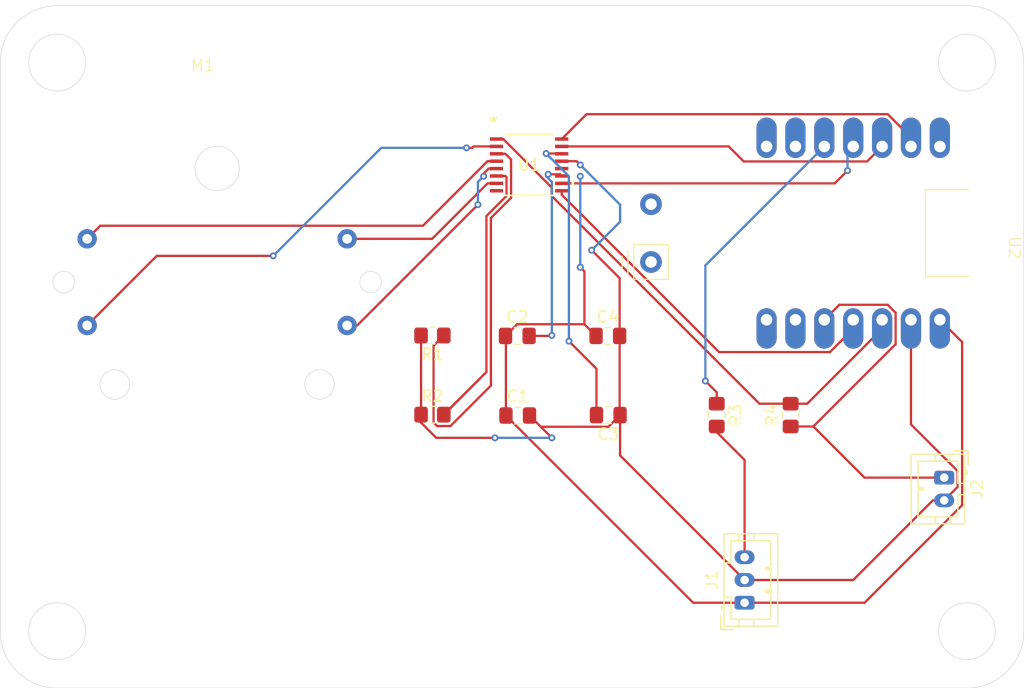
<source format=kicad_pcb>
(kicad_pcb (version 20241229) (generator "pcbnew") (generator_version "9.0")
  (layers (0 "F.Cu" signal) (2 "B.Cu" signal) (13 "F.Paste" user) (15 "B.Paste" user) (5 "F.SilkS" user "F.Silkscreen") (7 "B.SilkS" user "B.Silkscreen") (1 "F.Mask" user) (3 "B.Mask" user) (25 "Edge.Cuts" user))
  (net 0 "")
  (net 1 "+5V")
  (net 2 "GND")
  (net 3 "Net-(U1-VCP)")
  (net 4 "Net-(U1-VINT)")
  (net 5 "/NEO_DATA")
  (net 6 "/RESET_BTN")
  (net 7 "Net-(M1--)")
  (net 8 "Net-(U1-AOUT2)")
  (net 9 "Net-(U1-AOUT1)")
  (net 10 "Net-(U1-BOUT1)")
  (net 11 "Net-(U1-AISEN)")
  (net 12 "Net-(U1-BISEN)")
  (net 13 "Net-(U2-GPIO5_A4_D4_SDA)")
  (net 14 "+3.3V")
  (net 15 "/MOTOR_B1")
  (net 16 "/MOTOR_B2")
  (net 17 "/MOTOR_A2")
  (net 18 "/MOTOR_A1")
  (footprint "Capacitor_SMD:C_0805_2012Metric_Pad1.18x1.45mm_HandSolder" (layer "F.Cu") (at 140.4625 104.0375)
    (property "Reference" "C2" (at 0 -1.68 0) (layer "F.SilkS"))
    (property "Value" "0.01uF")
    (fp_line (start -0.261252 -0.735) (end 0.261252 -0.735) (stroke (width 0.12)) (layer "F.SilkS"))
    (fp_line (start -0.261252 0.735) (end 0.261252 0.735) (stroke (width 0.12)) (layer "F.SilkS"))
    (pad "1" smd roundrect (at -1.0375 0) (size 1.175 1.45) (layers "F.Cu" "F.Mask" "F.Paste") (roundrect_rratio 0.212766) (net 1 "+5V"))
    (pad "2" smd roundrect (at 1.0375 0) (size 1.175 1.45) (layers "F.Cu" "F.Mask" "F.Paste") (roundrect_rratio 0.212766) (net 3 "Net-(U1-VCP)"))
  )
  (footprint "Resistor_SMD:R_0805_2012Metric_Pad1.20x1.40mm_HandSolder" (layer "F.Cu") (at 158 111 -90)
    (property "Reference" "R3" (at 0 -1.65 90) (layer "F.SilkS"))
    (property "Value" "330Ω")
    (fp_line (start -0.227064 0.735) (end 0.227064 0.735) (stroke (width 0.12)) (layer "F.SilkS"))
    (fp_line (start -0.227064 -0.735) (end 0.227064 -0.735) (stroke (width 0.12)) (layer "F.SilkS"))
    (pad "1" smd roundrect (at -1 0 270) (size 1.2 1.4) (layers "F.Cu" "F.Mask" "F.Paste") (roundrect_rratio 0.208333) (net 13 "Net-(U2-GPIO5_A4_D4_SDA)"))
    (pad "2" smd roundrect (at 1 0 270) (size 1.2 1.4) (layers "F.Cu" "F.Mask" "F.Paste") (roundrect_rratio 0.208333) (net 5 "/NEO_DATA"))
  )
  (footprint "Connector_JST:JST_PH_B2B-PH-K_1x02_P2.00mm_Vertical" (layer "F.Cu") (at 178 116.5 -90)
    (property "Reference" "J2" (at 1 -2.9 90) (layer "F.SilkS"))
    (property "Value" "Conn_01x02")
    (fp_line (start -2.06 2.91) (end 4.06 2.91) (stroke (width 0.12)) (layer "F.SilkS"))
    (fp_line (start 4.06 2.91) (end 4.06 -1.81) (stroke (width 0.12)) (layer "F.SilkS"))
    (fp_line (start -1.45 2.3) (end 3.45 2.3) (stroke (width 0.12)) (layer "F.SilkS"))
    (fp_line (start 0.9 2.3) (end 0.9 1.8) (stroke (width 0.12)) (layer "F.SilkS"))
    (fp_line (start 1 2.3) (end 1 1.8) (stroke (width 0.12)) (layer "F.SilkS"))
    (fp_line (start 3.45 2.3) (end 3.45 -1.2) (stroke (width 0.12)) (layer "F.SilkS"))
    (fp_line (start 0.9 1.8) (end 1.1 1.8) (stroke (width 0.12)) (layer "F.SilkS"))
    (fp_line (start 1.1 1.8) (end 1.1 2.3) (stroke (width 0.12)) (layer "F.SilkS"))
    (fp_line (start -2.06 0.8) (end -1.45 0.8) (stroke (width 0.12)) (layer "F.SilkS"))
    (fp_line (start 4.06 0.8) (end 3.45 0.8) (stroke (width 0.12)) (layer "F.SilkS"))
    (fp_line (start -2.06 -0.5) (end -1.45 -0.5) (stroke (width 0.12)) (layer "F.SilkS"))
    (fp_line (start 4.06 -0.5) (end 3.45 -0.5) (stroke (width 0.12)) (layer "F.SilkS"))
    (fp_line (start -1.45 -1.2) (end -1.45 2.3) (stroke (width 0.12)) (layer "F.SilkS"))
    (fp_line (start 0.5 -1.2) (end -1.45 -1.2) (stroke (width 0.12)) (layer "F.SilkS"))
    (fp_line (start 1.5 -1.2) (end 1.5 -1.81) (stroke (width 0.12)) (layer "F.SilkS"))
    (fp_line (start 3.45 -1.2) (end 1.5 -1.2) (stroke (width 0.12)) (layer "F.SilkS"))
    (fp_line (start -2.06 -1.81) (end -2.06 2.91) (stroke (width 0.12)) (layer "F.SilkS"))
    (fp_line (start -0.3 -1.81) (end -0.3 -2.01) (stroke (width 0.12)) (layer "F.SilkS"))
    (fp_line (start 0.5 -1.81) (end 0.5 -1.2) (stroke (width 0.12)) (layer "F.SilkS"))
    (fp_line (start 4.06 -1.81) (end -2.06 -1.81) (stroke (width 0.12)) (layer "F.SilkS"))
    (fp_line (start -0.3 -1.91) (end -0.6 -1.91) (stroke (width 0.12)) (layer "F.SilkS"))
    (fp_line (start -0.6 -2.01) (end -0.6 -1.81) (stroke (width 0.12)) (layer "F.SilkS"))
    (fp_line (start -0.3 -2.01) (end -0.6 -2.01) (stroke (width 0.12)) (layer "F.SilkS"))
    (fp_line (start -2.36 -2.11) (end -2.36 -0.86) (stroke (width 0.12)) (layer "F.SilkS"))
    (fp_line (start -1.11 -2.11) (end -2.36 -2.11) (stroke (width 0.12)) (layer "F.SilkS"))
    (pad "1" thru_hole roundrect (at 0 0 270) (size 1.2 1.75) (drill 0.75) (layers "*.Cu" "*.Mask") (roundrect_rratio 0.208333) (net 6 "/RESET_BTN"))
    (pad "2" thru_hole oval (at 2 0 270) (size 1.2 1.75) (drill 0.75) (layers "*.Cu" "*.Mask") (net 2 "GND"))
  )
  (footprint "Capacitor_SMD:C_0805_2012Metric_Pad1.18x1.45mm_HandSolder" (layer "F.Cu") (at 148.425 104.0375)
    (property "Reference" "C4" (at 0 -1.68 0) (layer "F.SilkS"))
    (property "Value" "100uF")
    (fp_line (start -0.261252 -0.735) (end 0.261252 -0.735) (stroke (width 0.12)) (layer "F.SilkS"))
    (fp_line (start -0.261252 0.735) (end 0.261252 0.735) (stroke (width 0.12)) (layer "F.SilkS"))
    (pad "1" smd roundrect (at -1.0375 0) (size 1.175 1.45) (layers "F.Cu" "F.Mask" "F.Paste") (roundrect_rratio 0.212766) (net 1 "+5V"))
    (pad "2" smd roundrect (at 1.0375 0) (size 1.175 1.45) (layers "F.Cu" "F.Mask" "F.Paste") (roundrect_rratio 0.212766) (net 2 "GND"))
  )
  (footprint "Resistor_SMD:R_0805_2012Metric_Pad1.20x1.40mm_HandSolder" (layer "F.Cu") (at 133 110.9625)
    (property "Reference" "R2" (at 0 -1.65 0) (layer "F.SilkS"))
    (property "Value" "0.2Ω")
    (fp_line (start -0.227064 -0.735) (end 0.227064 -0.735) (stroke (width 0.12)) (layer "F.SilkS"))
    (fp_line (start -0.227064 0.735) (end 0.227064 0.735) (stroke (width 0.12)) (layer "F.SilkS"))
    (pad "1" smd roundrect (at -1 0) (size 1.2 1.4) (layers "F.Cu" "F.Mask" "F.Paste") (roundrect_rratio 0.208333) (net 2 "GND"))
    (pad "2" smd roundrect (at 1 0) (size 1.2 1.4) (layers "F.Cu" "F.Mask" "F.Paste") (roundrect_rratio 0.208333) (net 12 "Net-(U1-BISEN)"))
  )
  (footprint "Resistor_SMD:R_0805_2012Metric_Pad1.20x1.40mm_HandSolder" (layer "F.Cu") (at 133 104 180)
    (property "Reference" "R1" (at 0 -1.65 0) (layer "F.SilkS"))
    (property "Value" "0.2Ω")
    (fp_line (start -0.227064 0.735) (end 0.227064 0.735) (stroke (width 0.12)) (layer "F.SilkS"))
    (fp_line (start -0.227064 -0.735) (end 0.227064 -0.735) (stroke (width 0.12)) (layer "F.SilkS"))
    (pad "1" smd roundrect (at -1 0 180) (size 1.2 1.4) (layers "F.Cu" "F.Mask" "F.Paste") (roundrect_rratio 0.208333) (net 11 "Net-(U1-AISEN)"))
    (pad "2" smd roundrect (at 1 0 180) (size 1.2 1.4) (layers "F.Cu" "F.Mask" "F.Paste") (roundrect_rratio 0.208333) (net 2 "GND"))
  )
  (footprint "Capacitor_SMD:C_0805_2012Metric_Pad1.18x1.45mm_HandSolder" (layer "F.Cu") (at 140.5 111.0375)
    (property "Reference" "C1" (at 0 -1.68 0) (layer "F.SilkS"))
    (property "Value" "10uF")
    (fp_line (start -0.261252 -0.735) (end 0.261252 -0.735) (stroke (width 0.12)) (layer "F.SilkS"))
    (fp_line (start -0.261252 0.735) (end 0.261252 0.735) (stroke (width 0.12)) (layer "F.SilkS"))
    (pad "1" smd roundrect (at -1.0375 0) (size 1.175 1.45) (layers "F.Cu" "F.Mask" "F.Paste") (roundrect_rratio 0.212766) (net 1 "+5V"))
    (pad "2" smd roundrect (at 1.0375 0) (size 1.175 1.45) (layers "F.Cu" "F.Mask" "F.Paste") (roundrect_rratio 0.212766) (net 2 "GND"))
  )
  (footprint "Capacitor_SMD:C_0805_2012Metric_Pad1.18x1.45mm_HandSolder" (layer "F.Cu") (at 148.4625 111 180)
    (property "Reference" "C3" (at 0 -1.68 0) (layer "F.SilkS"))
    (property "Value" "2.2uF")
    (fp_line (start -0.261252 0.735) (end 0.261252 0.735) (stroke (width 0.12)) (layer "F.SilkS"))
    (fp_line (start -0.261252 -0.735) (end 0.261252 -0.735) (stroke (width 0.12)) (layer "F.SilkS"))
    (pad "1" smd roundrect (at -1.0375 0 180) (size 1.175 1.45) (layers "F.Cu" "F.Mask" "F.Paste") (roundrect_rratio 0.212766) (net 2 "GND"))
    (pad "2" smd roundrect (at 1.0375 0 180) (size 1.175 1.45) (layers "F.Cu" "F.Mask" "F.Paste") (roundrect_rratio 0.212766) (net 4 "Net-(U1-VINT)"))
  )
  (footprint "Resistor_SMD:R_0805_2012Metric_Pad1.20x1.40mm_HandSolder" (layer "F.Cu") (at 164.5 111 90)
    (property "Reference" "R4" (at 0 -1.65 90) (layer "F.SilkS"))
    (property "Value" "10 kΩ")
    (fp_line (start -0.227064 -0.735) (end 0.227064 -0.735) (stroke (width 0.12)) (layer "F.SilkS"))
    (fp_line (start -0.227064 0.735) (end 0.227064 0.735) (stroke (width 0.12)) (layer "F.SilkS"))
    (pad "1" smd roundrect (at -1 0 90) (size 1.2 1.4) (layers "F.Cu" "F.Mask" "F.Paste") (roundrect_rratio 0.208333) (net 6 "/RESET_BTN"))
    (pad "2" smd roundrect (at 1 0 90) (size 1.2 1.4) (layers "F.Cu" "F.Mask" "F.Paste") (roundrect_rratio 0.208333) (net 14 "+3.3V"))
  )
  (footprint "GIX_ESP32:XIAO_ESP32" (layer "F.Cu") (at 170 95 -90)
    (property "Reference" "U2" (at 1.27 -14.2 270) (layer "F.SilkS") (effects (font (thickness 0.1))))
    (property "Value" "XIAO ESP32C3")
    (fp_line (start 2.032 20.32) (end 3.048 20.32) (stroke (width 0.1)) (layer "F.SilkS"))
    (fp_line (start 1.524 19.812) (end 3.556 19.812) (stroke (width 0.1)) (layer "F.SilkS"))
    (fp_line (start 1.016 19.304) (end 1.016 16.256) (stroke (width 0.1)) (layer "F.SilkS"))
    (fp_line (start 4.064 19.304) (end 1.016 19.304) (stroke (width 0.1)) (layer "F.SilkS"))
    (fp_line (start 1.016 16.256) (end 4.064 16.256) (stroke (width 0.1)) (layer "F.SilkS"))
    (fp_line (start 4.064 16.256) (end 4.064 19.304) (stroke (width 0.1)) (layer "F.SilkS"))
    (fp_line (start -3.81 -6.35) (end 3.81 -6.35) (stroke (width 0.1)) (layer "F.SilkS"))
    (fp_line (start 3.81 -6.35) (end 3.81 -10.16) (stroke (width 0.1)) (layer "F.SilkS"))
    (fp_line (start -3.81 -10.16) (end -3.81 -6.35) (stroke (width 0.1)) (layer "F.SilkS"))
    (pad "1" thru_hole oval (at -7.62 -7.62 270) (size 3.556 1.778) (drill 1.016 (offset -0.762 0)) (layers "*.Cu" "*.Mask"))
    (pad "2" thru_hole oval (at -7.62 -5.08 270) (size 3.556 1.778) (drill 1.016 (offset -0.762 0)) (layers "*.Cu" "*.Mask") (net 18 "/MOTOR_A1"))
    (pad "3" thru_hole oval (at -7.62 -2.54 270) (size 3.556 1.778) (drill 1.016 (offset -0.762 0)) (layers "*.Cu" "*.Mask") (net 17 "/MOTOR_A2"))
    (pad "4" thru_hole oval (at -7.62 0 270) (size 3.556 1.778) (drill 1.016 (offset -0.762 0)) (layers "*.Cu" "*.Mask") (net 15 "/MOTOR_B1"))
    (pad "5" thru_hole oval (at -7.62 2.54 270) (size 3.556 1.778) (drill 1.016 (offset -0.762 0)) (layers "*.Cu" "*.Mask") (net 13 "Net-(U2-GPIO5_A4_D4_SDA)"))
    (pad "6" thru_hole oval (at -7.62 5.08 270) (size 3.556 1.778) (drill 1.016 (offset -0.762 0)) (layers "*.Cu" "*.Mask"))
    (pad "7" thru_hole oval (at -7.62 7.62 270) (size 3.556 1.778) (drill 1.016 (offset -0.762 0)) (layers "*.Cu" "*.Mask"))
    (pad "8" thru_hole oval (at 7.62 7.62 270) (size 3.556 1.778) (drill 1.016 (offset 0.762 0)) (layers "*.Cu" "*.Mask"))
    (pad "9" thru_hole oval (at 7.62 5.08 270) (size 3.556 1.778) (drill 1.016 (offset 0.762 0)) (layers "*.Cu" "*.Mask"))
    (pad "10" thru_hole oval (at 7.62 2.54 270) (size 3.556 1.778) (drill 1.016 (offset 0.762 0)) (layers "*.Cu" "*.Mask") (net 6 "/RESET_BTN"))
    (pad "11" thru_hole oval (at 7.62 0 270) (size 3.556 1.778) (drill 1.016 (offset 0.762 0)) (layers "*.Cu" "*.Mask") (net 16 "/MOTOR_B2"))
    (pad "12" thru_hole oval (at 7.62 -2.54 270) (size 3.556 1.778) (drill 1.016 (offset 0.762 0)) (layers "*.Cu" "*.Mask") (net 14 "+3.3V"))
    (pad "13" thru_hole oval (at 7.62 -5.08 270) (size 3.556 1.778) (drill 1.016 (offset 0.762 0)) (layers "*.Cu" "*.Mask") (net 2 "GND"))
    (pad "14" thru_hole oval (at 7.62 -7.62 270) (size 3.556 1.778) (drill 1.016 (offset 0.762 0)) (layers "*.Cu" "*.Mask") (net 1 "+5V"))
    (pad "15" thru_hole circle (at -2.54 17.78 270) (size 1.905 1.905) (drill 1.016) (layers "*.Cu" "*.Mask"))
    (pad "16" thru_hole circle (at 2.54 17.78 270) (size 1.905 1.905) (drill 1.016) (layers "*.Cu" "*.Mask"))
  )
  (footprint "x27_Footprint:x27_stepper_two_holes" (layer "F.Cu") (at 116.61 109.47)
    (property "Reference" "M1" (at -3.81 -29.21 0) (layer "F.SilkS") (effects (font (thickness 0.1))))
    (property "Value" "Stepper_Motor_bipolar")
    (fp_circle (center -16.04 -10.16) (end -15.09 -10.16) (stroke (width 0.05)) (fill no) (layer "Edge.Cuts"))
    (fp_circle (center -11.54 -1.16) (end -10.24 -1.16) (stroke (width 0.05)) (fill no) (layer "Edge.Cuts"))
    (fp_circle (center -2.54 -20.16) (end -0.59 -20.16) (stroke (width 0.05)) (fill no) (layer "Edge.Cuts"))
    (fp_circle (center 6.46 -1.16) (end 7.76 -1.16) (stroke (width 0.05)) (fill no) (layer "Edge.Cuts"))
    (fp_circle (center 10.96 -10.16) (end 11.91 -10.16) (stroke (width 0.05)) (fill no) (layer "Edge.Cuts"))
    (pad "1" thru_hole circle (at 8.89 -13.97) (size 1.7 1.7) (drill 0.85) (layers "*.Cu" "*.Mask") (net 10 "Net-(U1-BOUT1)"))
    (pad "2" thru_hole circle (at 8.89 -6.35) (size 1.7 1.7) (drill 0.85) (layers "*.Cu" "*.Mask") (net 7 "Net-(M1--)"))
    (pad "3" thru_hole circle (at -13.97 -13.97) (size 1.7 1.7) (drill 0.85) (layers "*.Cu" "*.Mask") (net 8 "Net-(U1-AOUT2)"))
    (pad "4" thru_hole circle (at -13.97 -6.35) (size 1.7 1.7) (drill 0.85) (layers "*.Cu" "*.Mask") (net 9 "Net-(U1-AOUT1)"))
  )
  (footprint "Connector_JST:JST_PH_B3B-PH-K_1x03_P2.00mm_Vertical" (layer "F.Cu") (at 160.45 127.5 90)
    (property "Reference" "J1" (at 2 -2.9 90) (layer "F.SilkS"))
    (property "Value" "Conn_01x03")
    (fp_line (start -1.11 -2.11) (end -2.36 -2.11) (stroke (width 0.12)) (layer "F.SilkS"))
    (fp_line (start -2.36 -2.11) (end -2.36 -0.86) (stroke (width 0.12)) (layer "F.SilkS"))
    (fp_line (start -0.3 -2.01) (end -0.6 -2.01) (stroke (width 0.12)) (layer "F.SilkS"))
    (fp_line (start -0.6 -2.01) (end -0.6 -1.81) (stroke (width 0.12)) (layer "F.SilkS"))
    (fp_line (start -0.3 -1.91) (end -0.6 -1.91) (stroke (width 0.12)) (layer "F.SilkS"))
    (fp_line (start 6.06 -1.81) (end -2.06 -1.81) (stroke (width 0.12)) (layer "F.SilkS"))
    (fp_line (start 0.5 -1.81) (end 0.5 -1.2) (stroke (width 0.12)) (layer "F.SilkS"))
    (fp_line (start -0.3 -1.81) (end -0.3 -2.01) (stroke (width 0.12)) (layer "F.SilkS"))
    (fp_line (start -2.06 -1.81) (end -2.06 2.91) (stroke (width 0.12)) (layer "F.SilkS"))
    (fp_line (start 5.45 -1.2) (end 3.5 -1.2) (stroke (width 0.12)) (layer "F.SilkS"))
    (fp_line (start 3.5 -1.2) (end 3.5 -1.81) (stroke (width 0.12)) (layer "F.SilkS"))
    (fp_line (start 0.5 -1.2) (end -1.45 -1.2) (stroke (width 0.12)) (layer "F.SilkS"))
    (fp_line (start -1.45 -1.2) (end -1.45 2.3) (stroke (width 0.12)) (layer "F.SilkS"))
    (fp_line (start 6.06 -0.5) (end 5.45 -0.5) (stroke (width 0.12)) (layer "F.SilkS"))
    (fp_line (start -2.06 -0.5) (end -1.45 -0.5) (stroke (width 0.12)) (layer "F.SilkS"))
    (fp_line (start 6.06 0.8) (end 5.45 0.8) (stroke (width 0.12)) (layer "F.SilkS"))
    (fp_line (start -2.06 0.8) (end -1.45 0.8) (stroke (width 0.12)) (layer "F.SilkS"))
    (fp_line (start 3.1 1.8) (end 3.1 2.3) (stroke (width 0.12)) (layer "F.SilkS"))
    (fp_line (start 2.9 1.8) (end 3.1 1.8) (stroke (width 0.12)) (layer "F.SilkS"))
    (fp_line (start 1.1 1.8) (end 1.1 2.3) (stroke (width 0.12)) (layer "F.SilkS"))
    (fp_line (start 0.9 1.8) (end 1.1 1.8) (stroke (width 0.12)) (layer "F.SilkS"))
    (fp_line (start 5.45 2.3) (end 5.45 -1.2) (stroke (width 0.12)) (layer "F.SilkS"))
    (fp_line (start 3 2.3) (end 3 1.8) (stroke (width 0.12)) (layer "F.SilkS"))
    (fp_line (start 2.9 2.3) (end 2.9 1.8) (stroke (width 0.12)) (layer "F.SilkS"))
    (fp_line (start 1 2.3) (end 1 1.8) (stroke (width 0.12)) (layer "F.SilkS"))
    (fp_line (start 0.9 2.3) (end 0.9 1.8) (stroke (width 0.12)) (layer "F.SilkS"))
    (fp_line (start -1.45 2.3) (end 5.45 2.3) (stroke (width 0.12)) (layer "F.SilkS"))
    (fp_line (start 6.06 2.91) (end 6.06 -1.81) (stroke (width 0.12)) (layer "F.SilkS"))
    (fp_line (start -2.06 2.91) (end 6.06 2.91) (stroke (width 0.12)) (layer "F.SilkS"))
    (pad "1" thru_hole roundrect (at 0 0 90) (size 1.2 1.75) (drill 0.75) (layers "*.Cu" "*.Mask") (roundrect_rratio 0.208333) (net 1 "+5V"))
    (pad "2" thru_hole oval (at 2 0 90) (size 1.2 1.75) (drill 0.75) (layers "*.Cu" "*.Mask") (net 2 "GND"))
    (pad "3" thru_hole oval (at 4 0 90) (size 1.2 1.75) (drill 0.75) (layers "*.Cu" "*.Mask") (net 5 "/NEO_DATA"))
  )
  (footprint "DRV8833PWR:PW16_TEX-L" (layer "F.Cu") (at 141.5 89)
    (property "Reference" "U1" (at 0 0 0) (layer "F.SilkS"))
    (property "Value" "DRV8833PWR")
    (fp_line (start -2.069066 2.6797) (end 2.069066 2.6797) (stroke (width 0.1524)) (layer "F.SilkS"))
    (fp_line (start 2.069066 -2.6797) (end -2.069066 -2.6797) (stroke (width 0.1524)) (layer "F.SilkS"))
    (fp_poly (pts (xy 3.9624 1.434501) (xy 3.9624 1.815501) (xy 3.7084 1.815501) (xy 3.7084 1.434501)) (fill yes) (layer "F.SilkS"))
    (fp_text user "*" (at -3.1242 -3.722801 0) (layer "F.SilkS"))
    (fp_text user "*" (at -3.1242 -3.722801 0) (layer "F.SilkS"))
    (pad "1" smd rect (at -2.8702 -2.274999) (size 1.1684 0.3048) (layers "F.Cu" "F.Mask" "F.Paste") (net 14 "+3.3V"))
    (pad "2" smd rect (at -2.8702 -1.625001) (size 1.1684 0.3048) (layers "F.Cu" "F.Mask" "F.Paste") (net 9 "Net-(U1-AOUT1)"))
    (pad "3" smd rect (at -2.8702 -0.974999) (size 1.1684 0.3048) (layers "F.Cu" "F.Mask" "F.Paste") (net 11 "Net-(U1-AISEN)"))
    (pad "4" smd rect (at -2.8702 -0.325001) (size 1.1684 0.3048) (layers "F.Cu" "F.Mask" "F.Paste") (net 8 "Net-(U1-AOUT2)"))
    (pad "5" smd rect (at -2.8702 0.324998) (size 1.1684 0.3048) (layers "F.Cu" "F.Mask" "F.Paste") (net 7 "Net-(M1--)"))
    (pad "6" smd rect (at -2.8702 0.974999) (size 1.1684 0.3048) (layers "F.Cu" "F.Mask" "F.Paste") (net 12 "Net-(U1-BISEN)"))
    (pad "7" smd rect (at -2.8702 1.624998) (size 1.1684 0.3048) (layers "F.Cu" "F.Mask" "F.Paste") (net 10 "Net-(U1-BOUT1)"))
    (pad "8" smd rect (at -2.8702 2.274999) (size 1.1684 0.3048) (layers "F.Cu" "F.Mask" "F.Paste"))
    (pad "9" smd rect (at 2.8702 2.274999) (size 1.1684 0.3048) (layers "F.Cu" "F.Mask" "F.Paste") (net 16 "/MOTOR_B2"))
    (pad "10" smd rect (at 2.8702 1.625001) (size 1.1684 0.3048) (layers "F.Cu" "F.Mask" "F.Paste") (net 15 "/MOTOR_B1"))
    (pad "11" smd rect (at 2.8702 0.974999) (size 1.1684 0.3048) (layers "F.Cu" "F.Mask" "F.Paste") (net 3 "Net-(U1-VCP)"))
    (pad "12" smd rect (at 2.8702 0.325001) (size 1.1684 0.3048) (layers "F.Cu" "F.Mask" "F.Paste") (net 1 "+5V"))
    (pad "13" smd rect (at 2.8702 -0.324998) (size 1.1684 0.3048) (layers "F.Cu" "F.Mask" "F.Paste") (net 2 "GND"))
    (pad "14" smd rect (at 2.8702 -0.974999) (size 1.1684 0.3048) (layers "F.Cu" "F.Mask" "F.Paste") (net 4 "Net-(U1-VINT)"))
    (pad "15" smd rect (at 2.8702 -1.624998) (size 1.1684 0.3048) (layers "F.Cu" "F.Mask" "F.Paste") (net 17 "/MOTOR_A2"))
    (pad "16" smd rect (at 2.8702 -2.274999) (size 1.1684 0.3048) (layers "F.Cu" "F.Mask" "F.Paste") (net 18 "/MOTOR_A1"))
  )
  (gr_arc (start 95 80) (mid 96.464466 76.464466) (end 100 75) (stroke (width 0.05)) (layer "Edge.Cuts"))
  (gr_circle (center 100 80) (end 100 77.5) (stroke (width 0.05)) (fill no) (layer "Edge.Cuts"))
  (gr_line (start 100 75) (end 180 75) (stroke (width 0.05)) (layer "Edge.Cuts"))
  (gr_circle (center 180 80) (end 181.5 78) (stroke (width 0.05)) (fill no) (layer "Edge.Cuts"))
  (gr_line (start 185 80) (end 185 130) (stroke (width 0.05)) (layer "Edge.Cuts"))
  (gr_circle (center 100 130) (end 98 131.5) (stroke (width 0.05)) (fill no) (layer "Edge.Cuts"))
  (gr_line (start 180 135) (end 100 135) (stroke (width 0.05)) (layer "Edge.Cuts"))
  (gr_circle (center 180 130) (end 181.5 132) (stroke (width 0.05)) (fill no) (layer "Edge.Cuts"))
  (gr_line (start 95 130) (end 95 80) (stroke (width 0.05)) (layer "Edge.Cuts"))
  (gr_arc (start 180 75) (mid 183.535534 76.464466) (end 185 80) (stroke (width 0.05)) (layer "Edge.Cuts"))
  (gr_arc (start 185 130) (mid 183.535534 133.535534) (end 180 135) (stroke (width 0.05)) (layer "Edge.Cuts"))
  (gr_arc (start 100 135) (mid 96.464466 133.535534) (end 95 130) (stroke (width 0.05)) (layer "Edge.Cuts"))
  (segment (start 139.4625 111.0375) (end 155.925 127.5) (width 0.2) (layer "F.Cu") (net 1))
  (segment (start 140.451 103.0115) (end 139.425 104.0375) (width 0.2) (layer "F.Cu") (net 1))
  (segment (start 155.925 127.5) (end 160.45 127.5) (width 0.2) (layer "F.Cu") (net 1))
  (segment (start 179.577 118.923) (end 171 127.5) (width 0.2) (layer "F.Cu") (net 1))
  (segment (start 171 127.5) (end 160.45 127.5) (width 0.2) (layer "F.Cu") (net 1))
  (segment (start 146.3615 103.0115) (end 146.3615 98.3615) (width 0.2) (layer "F.Cu") (net 1))
  (segment (start 139.4625 104.075) (end 139.425 104.0375) (width 0.2) (layer "F.Cu") (net 1))
  (segment (start 179.577 104.577) (end 179.577 118.923) (width 0.2) (layer "F.Cu") (net 1))
  (segment (start 177.62 102.62) (end 179.577 104.577) (width 0.2) (layer "F.Cu") (net 1))
  (segment (start 146.3615 103.0115) (end 140.451 103.0115) (width 0.2) (layer "F.Cu") (net 1))
  (segment (start 139.4625 111.0375) (end 139.4625 104.075) (width 0.2) (layer "F.Cu") (net 1))
  (segment (start 147.3875 104.0375) (end 146.3615 103.0115) (width 0.2) (layer "F.Cu") (net 1))
  (segment (start 146.3615 98.3615) (end 146 98) (width 0.2) (layer "F.Cu") (net 1))
  (via (at 146 98) (size 0.6) (drill 0.3) (layers "F.Cu" "B.Cu") (net 1))
  (via (at 146 98) (size 0.6) (drill 0.3) (layers "F.Cu" "B.Cu") (net 1))
  (via (at 146 90) (size 0.6) (drill 0.3) (layers "F.Cu" "B.Cu") (net 1))
  (segment (start 146 98) (end 146 90) (width 0.2) (layer "B.Cu") (net 1))
  (segment (start 149.4625 104.0375) (end 149.4625 98.9625) (width 0.2) (layer "F.Cu") (net 2))
  (segment (start 170 125.5) (end 160.45 125.5) (width 0.2) (layer "F.Cu") (net 2))
  (segment (start 149.4625 98.9625) (end 147 96.5) (width 0.2) (layer "F.Cu") (net 2))
  (segment (start 177 118.5) (end 170 125.5) (width 0.2) (layer "F.Cu") (net 2))
  (segment (start 149.4625 110.9625) (end 149.5 111) (width 0.2) (layer "F.Cu") (net 2))
  (segment (start 179.176 115.91484) (end 179.176 117.324) (width 0.2) (layer "F.Cu") (net 2))
  (segment (start 145.675002 88.675002) (end 144.3702 88.675002) (width 0.2) (layer "F.Cu") (net 2))
  (segment (start 178 118.5) (end 177 118.5) (width 0.2) (layer "F.Cu") (net 2))
  (segment (start 149.5 111) (end 149.5 114.55) (width 0.2) (layer "F.Cu") (net 2))
  (segment (start 175.08 102.62) (end 175.08 111.81884) (width 0.2) (layer "F.Cu") (net 2))
  (segment (start 132 110.9625) (end 132 111.6625) (width 0.2) (layer "F.Cu") (net 2))
  (segment (start 142.526 112.026) (end 141.5375 111.0375) (width 0.2) (layer "F.Cu") (net 2))
  (segment (start 149.5 111) (end 148.474 112.026) (width 0.2) (layer "F.Cu") (net 2))
  (segment (start 148.474 112.026) (end 142.526 112.026) (width 0.2) (layer "F.Cu") (net 2))
  (segment (start 149.4625 104.0375) (end 149.4625 110.9625) (width 0.2) (layer "F.Cu") (net 2))
  (segment (start 132 111.6625) (end 133.3375 113) (width 0.2) (layer "F.Cu") (net 2))
  (segment (start 132 104) (end 132 110.9625) (width 0.2) (layer "F.Cu") (net 2))
  (segment (start 149.5 114.55) (end 160.45 125.5) (width 0.2) (layer "F.Cu") (net 2))
  (segment (start 179.176 117.324) (end 178 118.5) (width 0.2) (layer "F.Cu") (net 2))
  (segment (start 133.3375 113) (end 138.5 113) (width 0.2) (layer "F.Cu") (net 2))
  (segment (start 143.5 113) (end 142.526 112.026) (width 0.2) (layer "F.Cu") (net 2))
  (segment (start 175.08 111.81884) (end 179.176 115.91484) (width 0.2) (layer "F.Cu") (net 2))
  (segment (start 146 89) (end 145.675002 88.675002) (width 0.2) (layer "F.Cu") (net 2))
  (via (at 143.5 113) (size 0.6) (drill 0.3) (layers "F.Cu" "B.Cu") (net 2))
  (via (at 146 89) (size 0.6) (drill 0.3) (layers "F.Cu" "B.Cu") (net 2))
  (via (at 147 96.5) (size 0.6) (drill 0.3) (layers "F.Cu" "B.Cu") (net 2))
  (via (at 138.5 113) (size 0.6) (drill 0.3) (layers "F.Cu" "B.Cu") (net 2))
  (segment (start 149.5 94) (end 149.5 92.5) (width 0.2) (layer "B.Cu") (net 2))
  (segment (start 147 96.5) (end 149.5 94) (width 0.2) (layer "B.Cu") (net 2))
  (segment (start 138.5 113) (end 143.5 113) (width 0.2) (layer "B.Cu") (net 2))
  (segment (start 149.5 92.5) (end 146 89) (width 0.2) (layer "B.Cu") (net 2))
  (segment (start 143.4625 104.0375) (end 143.5 104) (width 0.2) (layer "F.Cu") (net 3))
  (segment (start 141.5 104.0375) (end 143.4625 104.0375) (width 0.2) (layer "F.Cu") (net 3))
  (segment (start 144.220936 89.825735) (end 144.3702 89.974999) (width 0.2) (layer "F.Cu") (net 3))
  (segment (start 143.174265 89.825735) (end 144.220936 89.825735) (width 0.2) (layer "F.Cu") (net 3))
  (via (at 143.174265 89.825735) (size 0.6) (drill 0.3) (layers "F.Cu" "B.Cu") (net 3))
  (via (at 143.5 104) (size 0.6) (drill 0.3) (layers "F.Cu" "B.Cu") (net 3))
  (segment (start 143.5 104) (end 143.5 90.5) (width 0.2) (layer "B.Cu") (net 3))
  (segment (start 143 90) (end 143.174265 89.825735) (width 0.2) (layer "B.Cu") (net 3))
  (segment (start 143.5 90.5) (end 143 90) (width 0.2) (layer "B.Cu") (net 3))
  (segment (start 143 88) (end 144.345199 88) (width 0.2) (layer "F.Cu") (net 4))
  (segment (start 144.345199 88) (end 144.3702 88.025001) (width 0.2) (layer "F.Cu") (net 4))
  (segment (start 147.425 111) (end 147.425 106.925) (width 0.2) (layer "F.Cu") (net 4))
  (segment (start 147.425 106.925) (end 145 104.5) (width 0.2) (layer "F.Cu") (net 4))
  (via (at 145 104.5) (size 0.6) (drill 0.3) (layers "F.Cu" "B.Cu") (net 4))
  (via (at 143 88) (size 0.6) (drill 0.3) (layers "F.Cu" "B.Cu") (net 4))
  (segment (start 145 104.5) (end 145 90) (width 0.2) (layer "B.Cu") (net 4))
  (segment (start 145 90) (end 143 88) (width 0.2) (layer "B.Cu") (net 4))
  (segment (start 158 112) (end 158 112.5) (width 0.2) (layer "F.Cu") (net 5))
  (segment (start 160.45 114.95) (end 160.45 123.5) (width 0.2) (layer "F.Cu") (net 5))
  (segment (start 158 112.5) (end 160.45 114.95) (width 0.2) (layer "F.Cu") (net 5))
  (segment (start 173.73 104.763914) (end 166.493914 112) (width 0.2) (layer "F.Cu") (net 6))
  (segment (start 173.73 102.000086) (end 173.73 104.763914) (width 0.2) (layer "F.Cu") (net 6))
  (segment (start 170.993914 116.5) (end 166.493914 112) (width 0.2) (layer "F.Cu") (net 6))
  (segment (start 168.777 101.303) (end 173.032914 101.303) (width 0.2) (layer "F.Cu") (net 6))
  (segment (start 173.032914 101.303) (end 173.73 102.000086) (width 0.2) (layer "F.Cu") (net 6))
  (segment (start 166.493914 112) (end 164.5 112) (width 0.2) (layer "F.Cu") (net 6))
  (segment (start 178 116.5) (end 170.993914 116.5) (width 0.2) (layer "F.Cu") (net 6))
  (segment (start 167.46 102.62) (end 168.777 101.303) (width 0.2) (layer "F.Cu") (net 6))
  (segment (start 126.38 103.12) (end 137 92.5) (width 0.2) (layer "F.Cu") (net 7))
  (segment (start 137.941201 89.324998) (end 138.6298 89.324998) (width 0.2) (layer "F.Cu") (net 7))
  (segment (start 125.5 103.12) (end 126.38 103.12) (width 0.2) (layer "F.Cu") (net 7))
  (segment (start 137.5 90) (end 137.5 89.766199) (width 0.2) (layer "F.Cu") (net 7))
  (segment (start 137.5 89.766199) (end 137.941201 89.324998) (width 0.2) (layer "F.Cu") (net 7))
  (via (at 137 92.5) (size 0.6) (drill 0.3) (layers "F.Cu" "B.Cu") (net 7))
  (via (at 137.5 90) (size 0.6) (drill 0.3) (layers "F.Cu" "B.Cu") (net 7))
  (segment (start 137 90.5) (end 137.5 90) (width 0.2) (layer "B.Cu") (net 7))
  (segment (start 137 92.5) (end 137 90.5) (width 0.2) (layer "B.Cu") (net 7))
  (segment (start 103.791 94.349) (end 132.171599 94.349) (width 0.2) (layer "F.Cu") (net 8))
  (segment (start 132.171599 94.349) (end 137.8456 88.674999) (width 0.2) (layer "F.Cu") (net 8))
  (segment (start 137.8456 88.674999) (end 138.6298 88.674999) (width 0.2) (layer "F.Cu") (net 8))
  (segment (start 102.64 95.5) (end 103.791 94.349) (width 0.2) (layer "F.Cu") (net 8))
  (segment (start 136 87.5) (end 136.5 87.5) (width 0.2) (layer "F.Cu") (net 9))
  (segment (start 136.625001 87.374999) (end 138.6298 87.374999) (width 0.2) (layer "F.Cu") (net 9))
  (segment (start 102.64 103.12) (end 108.76 97) (width 0.2) (layer "F.Cu") (net 9))
  (segment (start 108.76 97) (end 119 97) (width 0.2) (layer "F.Cu") (net 9))
  (segment (start 136.5 87.5) (end 136.625001 87.374999) (width 0.2) (layer "F.Cu") (net 9))
  (via (at 119 97) (size 0.6) (drill 0.3) (layers "F.Cu" "B.Cu") (net 9))
  (via (at 136 87.5) (size 0.6) (drill 0.3) (layers "F.Cu" "B.Cu") (net 9))
  (segment (start 128.5 87.5) (end 136 87.5) (width 0.2) (layer "B.Cu") (net 9))
  (segment (start 119 97) (end 128.5 87.5) (width 0.2) (layer "B.Cu") (net 9))
  (segment (start 137.8456 90.624998) (end 138.6298 90.624998) (width 0.2) (layer "F.Cu") (net 10))
  (segment (start 132.970598 95.5) (end 137.8456 90.624998) (width 0.2) (layer "F.Cu") (net 10))
  (segment (start 125.5 95.5) (end 132.970598 95.5) (width 0.2) (layer "F.Cu") (net 10))
  (segment (start 133.099 104.901) (end 133.099 111.64766) (width 0.2) (layer "F.Cu") (net 11))
  (segment (start 134 104) (end 133.099 104.901) (width 0.2) (layer "F.Cu") (net 11))
  (segment (start 138.1456 93.664899) (end 139.916 91.894499) (width 0.2) (layer "F.Cu") (net 11))
  (segment (start 133.41484 111.9635) (end 134.58516 111.9635) (width 0.2) (layer "F.Cu") (net 11))
  (segment (start 139.414 88.025001) (end 138.6298 88.025001) (width 0.2) (layer "F.Cu") (net 11))
  (segment (start 138.1456 108.40306) (end 138.1456 93.664899) (width 0.2) (layer "F.Cu") (net 11))
  (segment (start 133.099 111.64766) (end 133.41484 111.9635) (width 0.2) (layer "F.Cu") (net 11))
  (segment (start 134.58516 111.9635) (end 138.1456 108.40306) (width 0.2) (layer "F.Cu") (net 11))
  (segment (start 139.916 88.527001) (end 139.414 88.025001) (width 0.2) (layer "F.Cu") (net 11))
  (segment (start 139.916 91.894499) (end 139.916 88.527001) (width 0.2) (layer "F.Cu") (net 11))
  (segment (start 134 110.9625) (end 135.48125 109.48125) (width 0.2) (layer "F.Cu") (net 12))
  (segment (start 134 110.9625) (end 137.23125 107.73125) (width 0.2) (layer "F.Cu") (net 12))
  (segment (start 139.515 90.075999) (end 139.414 89.974999) (width 0.2) (layer "F.Cu") (net 12))
  (segment (start 137.7446 107.2179) (end 137.7446 93.498799) (width 0.2) (layer "F.Cu") (net 12))
  (segment (start 139.515 91.728399) (end 139.515 90.075999) (width 0.2) (layer "F.Cu") (net 12))
  (segment (start 139.414 89.974999) (end 138.6298 89.974999) (width 0.2) (layer "F.Cu") (net 12))
  (segment (start 137.7446 93.498799) (end 139.515 91.728399) (width 0.2) (layer "F.Cu") (net 12))
  (segment (start 134 110.9625) (end 137.7446 107.2179) (width 0.2) (layer "F.Cu") (net 12))
  (segment (start 157 108) (end 158 109) (width 0.2) (layer "F.Cu") (net 13))
  (segment (start 158 109) (end 158 110) (width 0.2) (layer "F.Cu") (net 13))
  (via (at 157 108) (size 0.6) (drill 0.3) (layers "F.Cu" "B.Cu") (net 13))
  (segment (start 167.46 87.38) (end 157 97.84) (width 0.2) (layer "B.Cu") (net 13))
  (segment (start 157 97.84) (end 157 108) (width 0.2) (layer "B.Cu") (net 13))
  (segment (start 161.756601 110) (end 164.5 110) (width 0.2) (layer "F.Cu") (net 14))
  (segment (start 139.225001 86.725001) (end 143.485 90.985) (width 0.2) (layer "F.Cu") (net 14))
  (segment (start 143.485 91.728399) (end 161.756601 110) (width 0.2) (layer "F.Cu") (net 14))
  (segment (start 172.54 102.62) (end 172.54 103.413914) (width 0.2) (layer "F.Cu") (net 14))
  (segment (start 143.485 90.985) (end 143.485 91.728399) (width 0.2) (layer "F.Cu") (net 14))
  (segment (start 138.6298 86.725001) (end 139.225001 86.725001) (width 0.2) (layer "F.Cu") (net 14))
  (segment (start 165.953914 110) (end 164.5 110) (width 0.2) (layer "F.Cu") (net 14))
  (segment (start 172.54 103.413914) (end 165.953914 110) (width 0.2) (layer "F.Cu") (net 14))
  (segment (start 144.3702 90.625001) (end 168.374999 90.625001) (width 0.2) (layer "F.Cu") (net 15))
  (segment (start 168.374999 90.625001) (end 169.5 89.5) (width 0.2) (layer "F.Cu") (net 15))
  (via (at 169.5 89.5) (size 0.6) (drill 0.3) (layers "F.Cu" "B.Cu") (net 15))
  (segment (start 169.5 89.5) (end 169.5 87.88) (width 0.2) (layer "B.Cu") (net 15))
  (segment (start 169.5 87.88) (end 170 87.38) (width 0.2) (layer "B.Cu") (net 15))
  (segment (start 158.203801 105.461) (end 144.3702 91.627399) (width 0.2) (layer "F.Cu") (net 16))
  (segment (start 167.952914 105.461) (end 158.203801 105.461) (width 0.2) (layer "F.Cu") (net 16))
  (segment (start 170 102.62) (end 170 103.413914) (width 0.2) (layer "F.Cu") (net 16))
  (segment (start 144.3702 91.627399) (end 144.3702 91.274999) (width 0.2) (layer "F.Cu") (net 16))
  (segment (start 170 103.413914) (end 167.952914 105.461) (width 0.2) (layer "F.Cu") (net 16))
  (segment (start 144.3702 87.375002) (end 159.051084 87.375002) (width 0.2) (layer "F.Cu") (net 17))
  (segment (start 159.051084 87.375002) (end 160.373082 88.697) (width 0.2) (layer "F.Cu") (net 17))
  (segment (start 171.223 88.697) (end 172.54 87.38) (width 0.2) (layer "F.Cu") (net 17))
  (segment (start 160.373082 88.697) (end 171.223 88.697) (width 0.2) (layer "F.Cu") (net 17))
  (segment (start 175.08 86.586086) (end 175.08 87.38) (width 0.2) (layer "F.Cu") (net 18))
  (segment (start 144.3702 86.725001) (end 146.556201 84.539) (width 0.2) (layer "F.Cu") (net 18))
  (segment (start 173.032914 84.539) (end 175.08 86.586086) (width 0.2) (layer "F.Cu") (net 18))
  (segment (start 146.556201 84.539) (end 173.032914 84.539) (width 0.2) (layer "F.Cu") (net 18))
)
</source>
